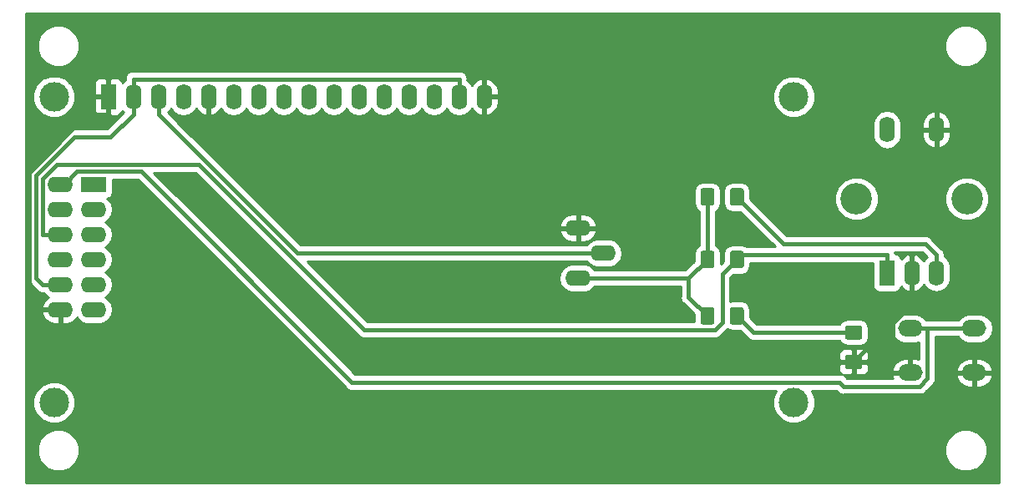
<source format=gbr>
G04 #@! TF.GenerationSoftware,KiCad,Pcbnew,(5.0.1)-rc2*
G04 #@! TF.CreationDate,2020-08-26T14:00:55+08:00*
G04 #@! TF.ProjectId,Peristaltic Pump PCB,506572697374616C7469632050756D70,rev?*
G04 #@! TF.SameCoordinates,PX2ebae40PY9d5b340*
G04 #@! TF.FileFunction,Copper,L1,Top,Signal*
G04 #@! TF.FilePolarity,Positive*
%FSLAX46Y46*%
G04 Gerber Fmt 4.6, Leading zero omitted, Abs format (unit mm)*
G04 Created by KiCad (PCBNEW (5.0.1)-rc2) date 08/26/20 14:00:55*
%MOMM*%
%LPD*%
G01*
G04 APERTURE LIST*
G04 #@! TA.AperFunction,ComponentPad*
%ADD10R,2.600000X1.600000*%
G04 #@! TD*
G04 #@! TA.AperFunction,ComponentPad*
%ADD11O,2.600000X1.600000*%
G04 #@! TD*
G04 #@! TA.AperFunction,Conductor*
%ADD12C,0.100000*%
G04 #@! TD*
G04 #@! TA.AperFunction,SMDPad,CuDef*
%ADD13C,1.425000*%
G04 #@! TD*
G04 #@! TA.AperFunction,ComponentPad*
%ADD14O,1.600000X2.600000*%
G04 #@! TD*
G04 #@! TA.AperFunction,ComponentPad*
%ADD15C,3.200000*%
G04 #@! TD*
G04 #@! TA.AperFunction,ComponentPad*
%ADD16R,1.600000X2.600000*%
G04 #@! TD*
G04 #@! TA.AperFunction,ComponentPad*
%ADD17O,2.500000X1.700000*%
G04 #@! TD*
G04 #@! TA.AperFunction,ComponentPad*
%ADD18C,3.000000*%
G04 #@! TD*
G04 #@! TA.AperFunction,Conductor*
%ADD19C,0.400000*%
G04 #@! TD*
G04 #@! TA.AperFunction,Conductor*
%ADD20C,0.254000*%
G04 #@! TD*
G04 APERTURE END LIST*
D10*
G04 #@! TO.P,J6,1*
G04 #@! TO.N,/Extension/LCD_RS*
X7550000Y86960000D03*
D11*
G04 #@! TO.P,J6,2*
G04 #@! TO.N,/Extension/SW_RST*
X4210000Y86960000D03*
G04 #@! TO.P,J6,3*
G04 #@! TO.N,/Extension/LCD_EN*
X7550000Y84420000D03*
G04 #@! TO.P,J6,4*
G04 #@! TO.N,/Extension/ENCODER_S1*
X4210000Y84420000D03*
G04 #@! TO.P,J6,5*
G04 #@! TO.N,/Extension/LCD_D4*
X7550000Y81880000D03*
G04 #@! TO.P,J6,6*
G04 #@! TO.N,/Extension/ENCODER_A*
X4210000Y81880000D03*
G04 #@! TO.P,J6,7*
G04 #@! TO.N,/Extension/LCD_D5*
X7550000Y79340000D03*
G04 #@! TO.P,J6,8*
G04 #@! TO.N,/Extension/ENCODER_B*
X4210000Y79340000D03*
G04 #@! TO.P,J6,9*
G04 #@! TO.N,/Extension/LCD_D6*
X7550000Y76800000D03*
G04 #@! TO.P,J6,10*
G04 #@! TO.N,+5VA*
X4210000Y76800000D03*
G04 #@! TO.P,J6,11*
G04 #@! TO.N,/Extension/LCD_D7*
X7550000Y74260000D03*
G04 #@! TO.P,J6,12*
G04 #@! TO.N,GNDA*
X4210000Y74260000D03*
G04 #@! TD*
D12*
G04 #@! TO.N,/Extension/ENCODER_A*
G04 #@! TO.C,R2*
G36*
X73259504Y80213796D02*
X73283773Y80210196D01*
X73307571Y80204235D01*
X73330671Y80195970D01*
X73352849Y80185480D01*
X73373893Y80172867D01*
X73393598Y80158253D01*
X73411777Y80141777D01*
X73428253Y80123598D01*
X73442867Y80103893D01*
X73455480Y80082849D01*
X73465970Y80060671D01*
X73474235Y80037571D01*
X73480196Y80013773D01*
X73483796Y79989504D01*
X73485000Y79965000D01*
X73485000Y78715000D01*
X73483796Y78690496D01*
X73480196Y78666227D01*
X73474235Y78642429D01*
X73465970Y78619329D01*
X73455480Y78597151D01*
X73442867Y78576107D01*
X73428253Y78556402D01*
X73411777Y78538223D01*
X73393598Y78521747D01*
X73373893Y78507133D01*
X73352849Y78494520D01*
X73330671Y78484030D01*
X73307571Y78475765D01*
X73283773Y78469804D01*
X73259504Y78466204D01*
X73235000Y78465000D01*
X72310000Y78465000D01*
X72285496Y78466204D01*
X72261227Y78469804D01*
X72237429Y78475765D01*
X72214329Y78484030D01*
X72192151Y78494520D01*
X72171107Y78507133D01*
X72151402Y78521747D01*
X72133223Y78538223D01*
X72116747Y78556402D01*
X72102133Y78576107D01*
X72089520Y78597151D01*
X72079030Y78619329D01*
X72070765Y78642429D01*
X72064804Y78666227D01*
X72061204Y78690496D01*
X72060000Y78715000D01*
X72060000Y79965000D01*
X72061204Y79989504D01*
X72064804Y80013773D01*
X72070765Y80037571D01*
X72079030Y80060671D01*
X72089520Y80082849D01*
X72102133Y80103893D01*
X72116747Y80123598D01*
X72133223Y80141777D01*
X72151402Y80158253D01*
X72171107Y80172867D01*
X72192151Y80185480D01*
X72214329Y80195970D01*
X72237429Y80204235D01*
X72261227Y80210196D01*
X72285496Y80213796D01*
X72310000Y80215000D01*
X73235000Y80215000D01*
X73259504Y80213796D01*
X73259504Y80213796D01*
G37*
D13*
G04 #@! TD*
G04 #@! TO.P,R2,1*
G04 #@! TO.N,/Extension/ENCODER_A*
X72772500Y79340000D03*
D12*
G04 #@! TO.N,+5VA*
G04 #@! TO.C,R2*
G36*
X70284504Y80213796D02*
X70308773Y80210196D01*
X70332571Y80204235D01*
X70355671Y80195970D01*
X70377849Y80185480D01*
X70398893Y80172867D01*
X70418598Y80158253D01*
X70436777Y80141777D01*
X70453253Y80123598D01*
X70467867Y80103893D01*
X70480480Y80082849D01*
X70490970Y80060671D01*
X70499235Y80037571D01*
X70505196Y80013773D01*
X70508796Y79989504D01*
X70510000Y79965000D01*
X70510000Y78715000D01*
X70508796Y78690496D01*
X70505196Y78666227D01*
X70499235Y78642429D01*
X70490970Y78619329D01*
X70480480Y78597151D01*
X70467867Y78576107D01*
X70453253Y78556402D01*
X70436777Y78538223D01*
X70418598Y78521747D01*
X70398893Y78507133D01*
X70377849Y78494520D01*
X70355671Y78484030D01*
X70332571Y78475765D01*
X70308773Y78469804D01*
X70284504Y78466204D01*
X70260000Y78465000D01*
X69335000Y78465000D01*
X69310496Y78466204D01*
X69286227Y78469804D01*
X69262429Y78475765D01*
X69239329Y78484030D01*
X69217151Y78494520D01*
X69196107Y78507133D01*
X69176402Y78521747D01*
X69158223Y78538223D01*
X69141747Y78556402D01*
X69127133Y78576107D01*
X69114520Y78597151D01*
X69104030Y78619329D01*
X69095765Y78642429D01*
X69089804Y78666227D01*
X69086204Y78690496D01*
X69085000Y78715000D01*
X69085000Y79965000D01*
X69086204Y79989504D01*
X69089804Y80013773D01*
X69095765Y80037571D01*
X69104030Y80060671D01*
X69114520Y80082849D01*
X69127133Y80103893D01*
X69141747Y80123598D01*
X69158223Y80141777D01*
X69176402Y80158253D01*
X69196107Y80172867D01*
X69217151Y80185480D01*
X69239329Y80195970D01*
X69262429Y80204235D01*
X69286227Y80210196D01*
X69310496Y80213796D01*
X69335000Y80215000D01*
X70260000Y80215000D01*
X70284504Y80213796D01*
X70284504Y80213796D01*
G37*
D13*
G04 #@! TD*
G04 #@! TO.P,R2,2*
G04 #@! TO.N,+5VA*
X69797500Y79340000D03*
D12*
G04 #@! TO.N,+5VA*
G04 #@! TO.C,R3*
G36*
X70284504Y86563796D02*
X70308773Y86560196D01*
X70332571Y86554235D01*
X70355671Y86545970D01*
X70377849Y86535480D01*
X70398893Y86522867D01*
X70418598Y86508253D01*
X70436777Y86491777D01*
X70453253Y86473598D01*
X70467867Y86453893D01*
X70480480Y86432849D01*
X70490970Y86410671D01*
X70499235Y86387571D01*
X70505196Y86363773D01*
X70508796Y86339504D01*
X70510000Y86315000D01*
X70510000Y85065000D01*
X70508796Y85040496D01*
X70505196Y85016227D01*
X70499235Y84992429D01*
X70490970Y84969329D01*
X70480480Y84947151D01*
X70467867Y84926107D01*
X70453253Y84906402D01*
X70436777Y84888223D01*
X70418598Y84871747D01*
X70398893Y84857133D01*
X70377849Y84844520D01*
X70355671Y84834030D01*
X70332571Y84825765D01*
X70308773Y84819804D01*
X70284504Y84816204D01*
X70260000Y84815000D01*
X69335000Y84815000D01*
X69310496Y84816204D01*
X69286227Y84819804D01*
X69262429Y84825765D01*
X69239329Y84834030D01*
X69217151Y84844520D01*
X69196107Y84857133D01*
X69176402Y84871747D01*
X69158223Y84888223D01*
X69141747Y84906402D01*
X69127133Y84926107D01*
X69114520Y84947151D01*
X69104030Y84969329D01*
X69095765Y84992429D01*
X69089804Y85016227D01*
X69086204Y85040496D01*
X69085000Y85065000D01*
X69085000Y86315000D01*
X69086204Y86339504D01*
X69089804Y86363773D01*
X69095765Y86387571D01*
X69104030Y86410671D01*
X69114520Y86432849D01*
X69127133Y86453893D01*
X69141747Y86473598D01*
X69158223Y86491777D01*
X69176402Y86508253D01*
X69196107Y86522867D01*
X69217151Y86535480D01*
X69239329Y86545970D01*
X69262429Y86554235D01*
X69286227Y86560196D01*
X69310496Y86563796D01*
X69335000Y86565000D01*
X70260000Y86565000D01*
X70284504Y86563796D01*
X70284504Y86563796D01*
G37*
D13*
G04 #@! TD*
G04 #@! TO.P,R3,2*
G04 #@! TO.N,+5VA*
X69797500Y85690000D03*
D12*
G04 #@! TO.N,/Extension/ENCODER_B*
G04 #@! TO.C,R3*
G36*
X73259504Y86563796D02*
X73283773Y86560196D01*
X73307571Y86554235D01*
X73330671Y86545970D01*
X73352849Y86535480D01*
X73373893Y86522867D01*
X73393598Y86508253D01*
X73411777Y86491777D01*
X73428253Y86473598D01*
X73442867Y86453893D01*
X73455480Y86432849D01*
X73465970Y86410671D01*
X73474235Y86387571D01*
X73480196Y86363773D01*
X73483796Y86339504D01*
X73485000Y86315000D01*
X73485000Y85065000D01*
X73483796Y85040496D01*
X73480196Y85016227D01*
X73474235Y84992429D01*
X73465970Y84969329D01*
X73455480Y84947151D01*
X73442867Y84926107D01*
X73428253Y84906402D01*
X73411777Y84888223D01*
X73393598Y84871747D01*
X73373893Y84857133D01*
X73352849Y84844520D01*
X73330671Y84834030D01*
X73307571Y84825765D01*
X73283773Y84819804D01*
X73259504Y84816204D01*
X73235000Y84815000D01*
X72310000Y84815000D01*
X72285496Y84816204D01*
X72261227Y84819804D01*
X72237429Y84825765D01*
X72214329Y84834030D01*
X72192151Y84844520D01*
X72171107Y84857133D01*
X72151402Y84871747D01*
X72133223Y84888223D01*
X72116747Y84906402D01*
X72102133Y84926107D01*
X72089520Y84947151D01*
X72079030Y84969329D01*
X72070765Y84992429D01*
X72064804Y85016227D01*
X72061204Y85040496D01*
X72060000Y85065000D01*
X72060000Y86315000D01*
X72061204Y86339504D01*
X72064804Y86363773D01*
X72070765Y86387571D01*
X72079030Y86410671D01*
X72089520Y86432849D01*
X72102133Y86453893D01*
X72116747Y86473598D01*
X72133223Y86491777D01*
X72151402Y86508253D01*
X72171107Y86522867D01*
X72192151Y86535480D01*
X72214329Y86545970D01*
X72237429Y86554235D01*
X72261227Y86560196D01*
X72285496Y86563796D01*
X72310000Y86565000D01*
X73235000Y86565000D01*
X73259504Y86563796D01*
X73259504Y86563796D01*
G37*
D13*
G04 #@! TD*
G04 #@! TO.P,R3,1*
G04 #@! TO.N,/Extension/ENCODER_B*
X72772500Y85690000D03*
D14*
G04 #@! TO.P,SW1,S2*
G04 #@! TO.N,GNDA*
X93000000Y92500000D03*
G04 #@! TO.P,SW1,S1*
G04 #@! TO.N,/Extension/ENCODER_S1*
X88000000Y92500000D03*
D15*
G04 #@! TO.P,SW1,MP*
G04 #@! TO.N,N/C*
X96100000Y85500000D03*
X84900000Y85500000D03*
D14*
G04 #@! TO.P,SW1,B*
G04 #@! TO.N,/Extension/ENCODER_B*
X93000000Y78000000D03*
G04 #@! TO.P,SW1,C*
G04 #@! TO.N,GNDA*
X90500000Y78000000D03*
D16*
G04 #@! TO.P,SW1,A*
G04 #@! TO.N,/Extension/ENCODER_A*
X88000000Y78000000D03*
G04 #@! TD*
D12*
G04 #@! TO.N,Net-(D1-Pad2)*
G04 #@! TO.C,R4*
G36*
X73259504Y74498796D02*
X73283773Y74495196D01*
X73307571Y74489235D01*
X73330671Y74480970D01*
X73352849Y74470480D01*
X73373893Y74457867D01*
X73393598Y74443253D01*
X73411777Y74426777D01*
X73428253Y74408598D01*
X73442867Y74388893D01*
X73455480Y74367849D01*
X73465970Y74345671D01*
X73474235Y74322571D01*
X73480196Y74298773D01*
X73483796Y74274504D01*
X73485000Y74250000D01*
X73485000Y73000000D01*
X73483796Y72975496D01*
X73480196Y72951227D01*
X73474235Y72927429D01*
X73465970Y72904329D01*
X73455480Y72882151D01*
X73442867Y72861107D01*
X73428253Y72841402D01*
X73411777Y72823223D01*
X73393598Y72806747D01*
X73373893Y72792133D01*
X73352849Y72779520D01*
X73330671Y72769030D01*
X73307571Y72760765D01*
X73283773Y72754804D01*
X73259504Y72751204D01*
X73235000Y72750000D01*
X72310000Y72750000D01*
X72285496Y72751204D01*
X72261227Y72754804D01*
X72237429Y72760765D01*
X72214329Y72769030D01*
X72192151Y72779520D01*
X72171107Y72792133D01*
X72151402Y72806747D01*
X72133223Y72823223D01*
X72116747Y72841402D01*
X72102133Y72861107D01*
X72089520Y72882151D01*
X72079030Y72904329D01*
X72070765Y72927429D01*
X72064804Y72951227D01*
X72061204Y72975496D01*
X72060000Y73000000D01*
X72060000Y74250000D01*
X72061204Y74274504D01*
X72064804Y74298773D01*
X72070765Y74322571D01*
X72079030Y74345671D01*
X72089520Y74367849D01*
X72102133Y74388893D01*
X72116747Y74408598D01*
X72133223Y74426777D01*
X72151402Y74443253D01*
X72171107Y74457867D01*
X72192151Y74470480D01*
X72214329Y74480970D01*
X72237429Y74489235D01*
X72261227Y74495196D01*
X72285496Y74498796D01*
X72310000Y74500000D01*
X73235000Y74500000D01*
X73259504Y74498796D01*
X73259504Y74498796D01*
G37*
D13*
G04 #@! TD*
G04 #@! TO.P,R4,1*
G04 #@! TO.N,Net-(D1-Pad2)*
X72772500Y73625000D03*
D12*
G04 #@! TO.N,+5VA*
G04 #@! TO.C,R4*
G36*
X70284504Y74498796D02*
X70308773Y74495196D01*
X70332571Y74489235D01*
X70355671Y74480970D01*
X70377849Y74470480D01*
X70398893Y74457867D01*
X70418598Y74443253D01*
X70436777Y74426777D01*
X70453253Y74408598D01*
X70467867Y74388893D01*
X70480480Y74367849D01*
X70490970Y74345671D01*
X70499235Y74322571D01*
X70505196Y74298773D01*
X70508796Y74274504D01*
X70510000Y74250000D01*
X70510000Y73000000D01*
X70508796Y72975496D01*
X70505196Y72951227D01*
X70499235Y72927429D01*
X70490970Y72904329D01*
X70480480Y72882151D01*
X70467867Y72861107D01*
X70453253Y72841402D01*
X70436777Y72823223D01*
X70418598Y72806747D01*
X70398893Y72792133D01*
X70377849Y72779520D01*
X70355671Y72769030D01*
X70332571Y72760765D01*
X70308773Y72754804D01*
X70284504Y72751204D01*
X70260000Y72750000D01*
X69335000Y72750000D01*
X69310496Y72751204D01*
X69286227Y72754804D01*
X69262429Y72760765D01*
X69239329Y72769030D01*
X69217151Y72779520D01*
X69196107Y72792133D01*
X69176402Y72806747D01*
X69158223Y72823223D01*
X69141747Y72841402D01*
X69127133Y72861107D01*
X69114520Y72882151D01*
X69104030Y72904329D01*
X69095765Y72927429D01*
X69089804Y72951227D01*
X69086204Y72975496D01*
X69085000Y73000000D01*
X69085000Y74250000D01*
X69086204Y74274504D01*
X69089804Y74298773D01*
X69095765Y74322571D01*
X69104030Y74345671D01*
X69114520Y74367849D01*
X69127133Y74388893D01*
X69141747Y74408598D01*
X69158223Y74426777D01*
X69176402Y74443253D01*
X69196107Y74457867D01*
X69217151Y74470480D01*
X69239329Y74480970D01*
X69262429Y74489235D01*
X69286227Y74495196D01*
X69310496Y74498796D01*
X69335000Y74500000D01*
X70260000Y74500000D01*
X70284504Y74498796D01*
X70284504Y74498796D01*
G37*
D13*
G04 #@! TD*
G04 #@! TO.P,R4,2*
G04 #@! TO.N,+5VA*
X69797500Y73625000D03*
D11*
G04 #@! TO.P,RV1,3*
G04 #@! TO.N,+5VA*
X56680000Y77435000D03*
G04 #@! TO.P,RV1,2*
G04 #@! TO.N,Net-(DS1-Pad3)*
X59220000Y79975000D03*
G04 #@! TO.P,RV1,1*
G04 #@! TO.N,GNDA*
X56680000Y82515000D03*
G04 #@! TD*
D17*
G04 #@! TO.P,SW2,2*
G04 #@! TO.N,GNDA*
X90335000Y67855000D03*
G04 #@! TO.P,SW2,1*
G04 #@! TO.N,/Extension/SW_RST*
X90335000Y72355000D03*
G04 #@! TO.P,SW2,2*
G04 #@! TO.N,GNDA*
X96835000Y67855000D03*
G04 #@! TO.P,SW2,1*
G04 #@! TO.N,/Extension/SW_RST*
X96835000Y72355000D03*
G04 #@! TD*
D12*
G04 #@! TO.N,GNDA*
G04 #@! TO.C,D1*
G36*
X85269504Y69673796D02*
X85293773Y69670196D01*
X85317571Y69664235D01*
X85340671Y69655970D01*
X85362849Y69645480D01*
X85383893Y69632867D01*
X85403598Y69618253D01*
X85421777Y69601777D01*
X85438253Y69583598D01*
X85452867Y69563893D01*
X85465480Y69542849D01*
X85475970Y69520671D01*
X85484235Y69497571D01*
X85490196Y69473773D01*
X85493796Y69449504D01*
X85495000Y69425000D01*
X85495000Y68500000D01*
X85493796Y68475496D01*
X85490196Y68451227D01*
X85484235Y68427429D01*
X85475970Y68404329D01*
X85465480Y68382151D01*
X85452867Y68361107D01*
X85438253Y68341402D01*
X85421777Y68323223D01*
X85403598Y68306747D01*
X85383893Y68292133D01*
X85362849Y68279520D01*
X85340671Y68269030D01*
X85317571Y68260765D01*
X85293773Y68254804D01*
X85269504Y68251204D01*
X85245000Y68250000D01*
X83995000Y68250000D01*
X83970496Y68251204D01*
X83946227Y68254804D01*
X83922429Y68260765D01*
X83899329Y68269030D01*
X83877151Y68279520D01*
X83856107Y68292133D01*
X83836402Y68306747D01*
X83818223Y68323223D01*
X83801747Y68341402D01*
X83787133Y68361107D01*
X83774520Y68382151D01*
X83764030Y68404329D01*
X83755765Y68427429D01*
X83749804Y68451227D01*
X83746204Y68475496D01*
X83745000Y68500000D01*
X83745000Y69425000D01*
X83746204Y69449504D01*
X83749804Y69473773D01*
X83755765Y69497571D01*
X83764030Y69520671D01*
X83774520Y69542849D01*
X83787133Y69563893D01*
X83801747Y69583598D01*
X83818223Y69601777D01*
X83836402Y69618253D01*
X83856107Y69632867D01*
X83877151Y69645480D01*
X83899329Y69655970D01*
X83922429Y69664235D01*
X83946227Y69670196D01*
X83970496Y69673796D01*
X83995000Y69675000D01*
X85245000Y69675000D01*
X85269504Y69673796D01*
X85269504Y69673796D01*
G37*
D13*
G04 #@! TD*
G04 #@! TO.P,D1,1*
G04 #@! TO.N,GNDA*
X84620000Y68962500D03*
D12*
G04 #@! TO.N,Net-(D1-Pad2)*
G04 #@! TO.C,D1*
G36*
X85269504Y72648796D02*
X85293773Y72645196D01*
X85317571Y72639235D01*
X85340671Y72630970D01*
X85362849Y72620480D01*
X85383893Y72607867D01*
X85403598Y72593253D01*
X85421777Y72576777D01*
X85438253Y72558598D01*
X85452867Y72538893D01*
X85465480Y72517849D01*
X85475970Y72495671D01*
X85484235Y72472571D01*
X85490196Y72448773D01*
X85493796Y72424504D01*
X85495000Y72400000D01*
X85495000Y71475000D01*
X85493796Y71450496D01*
X85490196Y71426227D01*
X85484235Y71402429D01*
X85475970Y71379329D01*
X85465480Y71357151D01*
X85452867Y71336107D01*
X85438253Y71316402D01*
X85421777Y71298223D01*
X85403598Y71281747D01*
X85383893Y71267133D01*
X85362849Y71254520D01*
X85340671Y71244030D01*
X85317571Y71235765D01*
X85293773Y71229804D01*
X85269504Y71226204D01*
X85245000Y71225000D01*
X83995000Y71225000D01*
X83970496Y71226204D01*
X83946227Y71229804D01*
X83922429Y71235765D01*
X83899329Y71244030D01*
X83877151Y71254520D01*
X83856107Y71267133D01*
X83836402Y71281747D01*
X83818223Y71298223D01*
X83801747Y71316402D01*
X83787133Y71336107D01*
X83774520Y71357151D01*
X83764030Y71379329D01*
X83755765Y71402429D01*
X83749804Y71426227D01*
X83746204Y71450496D01*
X83745000Y71475000D01*
X83745000Y72400000D01*
X83746204Y72424504D01*
X83749804Y72448773D01*
X83755765Y72472571D01*
X83764030Y72495671D01*
X83774520Y72517849D01*
X83787133Y72538893D01*
X83801747Y72558598D01*
X83818223Y72576777D01*
X83836402Y72593253D01*
X83856107Y72607867D01*
X83877151Y72620480D01*
X83899329Y72630970D01*
X83922429Y72639235D01*
X83946227Y72645196D01*
X83970496Y72648796D01*
X83995000Y72650000D01*
X85245000Y72650000D01*
X85269504Y72648796D01*
X85269504Y72648796D01*
G37*
D13*
G04 #@! TD*
G04 #@! TO.P,D1,2*
G04 #@! TO.N,Net-(D1-Pad2)*
X84620000Y71937500D03*
D16*
G04 #@! TO.P,DS1,1*
G04 #@! TO.N,GNDA*
X9055000Y95850000D03*
D14*
G04 #@! TO.P,DS1,2*
G04 #@! TO.N,+5VA*
X11595000Y95850000D03*
G04 #@! TO.P,DS1,3*
G04 #@! TO.N,Net-(DS1-Pad3)*
X14135000Y95850000D03*
G04 #@! TO.P,DS1,4*
G04 #@! TO.N,/Extension/LCD_RS*
X16675000Y95850000D03*
G04 #@! TO.P,DS1,5*
G04 #@! TO.N,GNDA*
X19215000Y95850000D03*
G04 #@! TO.P,DS1,6*
G04 #@! TO.N,/Extension/LCD_EN*
X21755000Y95850000D03*
G04 #@! TO.P,DS1,7*
G04 #@! TO.N,N/C*
X24295000Y95850000D03*
G04 #@! TO.P,DS1,8*
X26835000Y95850000D03*
G04 #@! TO.P,DS1,9*
X29375000Y95850000D03*
G04 #@! TO.P,DS1,10*
X31915000Y95850000D03*
G04 #@! TO.P,DS1,11*
G04 #@! TO.N,/Extension/LCD_D4*
X34455000Y95850000D03*
G04 #@! TO.P,DS1,12*
G04 #@! TO.N,/Extension/LCD_D5*
X36995000Y95850000D03*
G04 #@! TO.P,DS1,13*
G04 #@! TO.N,/Extension/LCD_D6*
X39535000Y95850000D03*
G04 #@! TO.P,DS1,14*
G04 #@! TO.N,/Extension/LCD_D7*
X42075000Y95850000D03*
G04 #@! TO.P,DS1,15*
G04 #@! TO.N,+5VA*
X44615000Y95850000D03*
G04 #@! TO.P,DS1,16*
G04 #@! TO.N,GNDA*
X47155000Y95850000D03*
D18*
G04 #@! TO.P,DS1,*
G04 #@! TO.N,*
X3555900Y95850000D03*
X3555900Y64849300D03*
X78554480Y64849300D03*
X78555000Y95850000D03*
G04 #@! TD*
D19*
G04 #@! TO.N,GNDA*
X88561400Y70671800D02*
X88868500Y70671800D01*
X88868500Y70671800D02*
X90335000Y69205300D01*
X84620000Y68962500D02*
X86329300Y70671800D01*
X86329300Y70671800D02*
X88561400Y70671800D01*
X90500000Y78000000D02*
X90500000Y74842500D01*
X90500000Y74842500D02*
X88561400Y72903900D01*
X88561400Y72903900D02*
X88561400Y70671800D01*
X90335000Y67855000D02*
X90335000Y69205300D01*
X9055000Y94049700D02*
X6926900Y94049700D01*
X6926900Y94049700D02*
X1006900Y88129700D01*
X1006900Y88129700D02*
X1006900Y75662800D01*
X1006900Y75662800D02*
X2409700Y74260000D01*
X9055000Y95850000D02*
X9055000Y94049700D01*
X47155000Y95850000D02*
X47155000Y94049700D01*
X47155000Y94049700D02*
X56680000Y84524700D01*
X56680000Y84524700D02*
X56680000Y82515000D01*
X4610000Y74260000D02*
X2409700Y74260000D01*
G04 #@! TO.N,Net-(D1-Pad2)*
X84620000Y71937500D02*
X74460000Y71937500D01*
X74460000Y71937500D02*
X72772500Y73625000D01*
G04 #@! TO.N,+5VA*
X67892500Y77435000D02*
X69797500Y79340000D01*
X56680000Y77435000D02*
X67892500Y77435000D01*
X67892500Y77435000D02*
X67892500Y75530000D01*
X67892500Y75530000D02*
X69797500Y73625000D01*
X44615000Y95850000D02*
X44615000Y97650300D01*
X11595000Y95850000D02*
X11595000Y97650300D01*
X11595000Y97650300D02*
X44615000Y97650300D01*
X11595000Y95501900D02*
X11595000Y95850000D01*
X11595000Y95501900D02*
X11595000Y94049700D01*
X4610000Y76800000D02*
X2409700Y76800000D01*
X11595000Y94049700D02*
X9298900Y91753600D01*
X9298900Y91753600D02*
X5621300Y91753600D01*
X5621300Y91753600D02*
X1709300Y87841600D01*
X1709300Y87841600D02*
X1709300Y77500400D01*
X1709300Y77500400D02*
X2409700Y76800000D01*
X69797500Y85690000D02*
X69797500Y79340000D01*
G04 #@! TO.N,Net-(DS1-Pad3)*
X14135000Y95850000D02*
X14135000Y94049700D01*
X14135000Y94049700D02*
X28209700Y79975000D01*
X28209700Y79975000D02*
X59220000Y79975000D01*
G04 #@! TO.N,/Extension/SW_RST*
X92092800Y72355000D02*
X90335000Y72355000D01*
X96835000Y72355000D02*
X92092800Y72355000D01*
X92092800Y72355000D02*
X92092800Y67296600D01*
X92092800Y67296600D02*
X91283800Y66487600D01*
X91283800Y66487600D02*
X83605700Y66487600D01*
X83605700Y66487600D02*
X83208900Y66884400D01*
X83208900Y66884400D02*
X33755800Y66884400D01*
X33755800Y66884400D02*
X12379800Y88260400D01*
X12379800Y88260400D02*
X5910400Y88260400D01*
X5910400Y88260400D02*
X4610000Y86960000D01*
G04 #@! TO.N,/Extension/ENCODER_A*
X4610000Y81880000D02*
X2409700Y81880000D01*
X72772500Y79340000D02*
X71285000Y77852500D01*
X71285000Y77852500D02*
X71285000Y72935500D01*
X71285000Y72935500D02*
X70546900Y72197400D01*
X70546900Y72197400D02*
X34996800Y72197400D01*
X34996800Y72197400D02*
X18232100Y88962100D01*
X18232100Y88962100D02*
X3856600Y88962100D01*
X3856600Y88962100D02*
X2409700Y87515200D01*
X2409700Y87515200D02*
X2409700Y81880000D01*
X88000000Y79800300D02*
X73232800Y79800300D01*
X73232800Y79800300D02*
X72772500Y79340000D01*
X88000000Y78000000D02*
X88000000Y79800300D01*
G04 #@! TO.N,/Extension/ENCODER_B*
X93000000Y78000000D02*
X93000000Y79800300D01*
X93000000Y79800300D02*
X91873900Y80926400D01*
X91873900Y80926400D02*
X77536100Y80926400D01*
X77536100Y80926400D02*
X72772500Y85690000D01*
G04 #@! TD*
D20*
G04 #@! TO.N,GNDA*
G36*
X99315000Y56685000D02*
X685000Y56685000D01*
X685000Y60424678D01*
X1865000Y60424678D01*
X1865000Y59575322D01*
X2190034Y58790620D01*
X2790620Y58190034D01*
X3575322Y57865000D01*
X4424678Y57865000D01*
X5209380Y58190034D01*
X5809966Y58790620D01*
X6135000Y59575322D01*
X6135000Y60424678D01*
X93865000Y60424678D01*
X93865000Y59575322D01*
X94190034Y58790620D01*
X94790620Y58190034D01*
X95575322Y57865000D01*
X96424678Y57865000D01*
X97209380Y58190034D01*
X97809966Y58790620D01*
X98135000Y59575322D01*
X98135000Y60424678D01*
X97809966Y61209380D01*
X97209380Y61809966D01*
X96424678Y62135000D01*
X95575322Y62135000D01*
X94790620Y61809966D01*
X94190034Y61209380D01*
X93865000Y60424678D01*
X6135000Y60424678D01*
X5809966Y61209380D01*
X5209380Y61809966D01*
X4424678Y62135000D01*
X3575322Y62135000D01*
X2790620Y61809966D01*
X2190034Y61209380D01*
X1865000Y60424678D01*
X685000Y60424678D01*
X685000Y65273978D01*
X1420900Y65273978D01*
X1420900Y64424622D01*
X1745934Y63639920D01*
X2346520Y63039334D01*
X3131222Y62714300D01*
X3980578Y62714300D01*
X4765280Y63039334D01*
X5365866Y63639920D01*
X5690900Y64424622D01*
X5690900Y65273978D01*
X5365866Y66058680D01*
X4765280Y66659266D01*
X3980578Y66984300D01*
X3131222Y66984300D01*
X2346520Y66659266D01*
X1745934Y66058680D01*
X1420900Y65273978D01*
X685000Y65273978D01*
X685000Y73910961D01*
X2318096Y73910961D01*
X2335633Y73828181D01*
X2605500Y73335104D01*
X3043517Y72982834D01*
X3583000Y72825000D01*
X4083000Y72825000D01*
X4083000Y74133000D01*
X2440085Y74133000D01*
X2318096Y73910961D01*
X685000Y73910961D01*
X685000Y87841600D01*
X857943Y87841600D01*
X874300Y87759367D01*
X874301Y77582638D01*
X857943Y77500400D01*
X922748Y77174600D01*
X922749Y77174599D01*
X1107300Y76898399D01*
X1177018Y76851815D01*
X1761114Y76267718D01*
X1807699Y76197999D01*
X2083899Y76013448D01*
X2327463Y75965000D01*
X2327466Y75965000D01*
X2409699Y75948643D01*
X2491932Y75965000D01*
X2542070Y75965000D01*
X2675423Y75765423D01*
X3031499Y75527501D01*
X2605500Y75184896D01*
X2335633Y74691819D01*
X2318096Y74609039D01*
X2440085Y74387000D01*
X4083000Y74387000D01*
X4083000Y74407000D01*
X4337000Y74407000D01*
X4337000Y74387000D01*
X4357000Y74387000D01*
X4357000Y74133000D01*
X4337000Y74133000D01*
X4337000Y72825000D01*
X4837000Y72825000D01*
X5376483Y72982834D01*
X5814500Y73335104D01*
X5871972Y73440112D01*
X6015423Y73225423D01*
X6490091Y72908260D01*
X6908667Y72825000D01*
X8191333Y72825000D01*
X8609909Y72908260D01*
X9084577Y73225423D01*
X9401740Y73700091D01*
X9513113Y74260000D01*
X9401740Y74819909D01*
X9084577Y75294577D01*
X8732242Y75530000D01*
X9084577Y75765423D01*
X9401740Y76240091D01*
X9513113Y76800000D01*
X9401740Y77359909D01*
X9084577Y77834577D01*
X8732242Y78070000D01*
X9084577Y78305423D01*
X9401740Y78780091D01*
X9513113Y79340000D01*
X9401740Y79899909D01*
X9084577Y80374577D01*
X8732242Y80610000D01*
X9084577Y80845423D01*
X9401740Y81320091D01*
X9513113Y81880000D01*
X9401740Y82439909D01*
X9084577Y82914577D01*
X8732242Y83150000D01*
X9084577Y83385423D01*
X9401740Y83860091D01*
X9513113Y84420000D01*
X9401740Y84979909D01*
X9084577Y85454577D01*
X8963894Y85535215D01*
X9097765Y85561843D01*
X9307809Y85702191D01*
X9448157Y85912235D01*
X9497440Y86160000D01*
X9497440Y87425400D01*
X12033933Y87425400D01*
X33107215Y66352117D01*
X33153799Y66282399D01*
X33429999Y66097848D01*
X33673563Y66049400D01*
X33673566Y66049400D01*
X33755799Y66033043D01*
X33838032Y66049400D01*
X76740670Y66049400D01*
X76419480Y65273978D01*
X76419480Y64424622D01*
X76744514Y63639920D01*
X77345100Y63039334D01*
X78129802Y62714300D01*
X78979158Y62714300D01*
X79763860Y63039334D01*
X80364446Y63639920D01*
X80689480Y64424622D01*
X80689480Y65273978D01*
X80368290Y66049400D01*
X82863033Y66049400D01*
X82957113Y65955320D01*
X83003699Y65885599D01*
X83279899Y65701048D01*
X83605700Y65636242D01*
X83687937Y65652600D01*
X91201567Y65652600D01*
X91283800Y65636243D01*
X91366033Y65652600D01*
X91366037Y65652600D01*
X91609601Y65701048D01*
X91885801Y65885599D01*
X91932387Y65955320D01*
X92625082Y66648014D01*
X92694801Y66694599D01*
X92879352Y66970799D01*
X92927800Y67214363D01*
X92944158Y67296600D01*
X92927800Y67378837D01*
X92927800Y67498110D01*
X94993524Y67498110D01*
X95014438Y67404048D01*
X95295144Y66894749D01*
X95749382Y66531640D01*
X96308000Y66370000D01*
X96708000Y66370000D01*
X96708000Y67728000D01*
X96962000Y67728000D01*
X96962000Y66370000D01*
X97362000Y66370000D01*
X97920618Y66531640D01*
X98374856Y66894749D01*
X98655562Y67404048D01*
X98676476Y67498110D01*
X98555155Y67728000D01*
X96962000Y67728000D01*
X96708000Y67728000D01*
X95114845Y67728000D01*
X94993524Y67498110D01*
X92927800Y67498110D01*
X92927800Y68211890D01*
X94993524Y68211890D01*
X95114845Y67982000D01*
X96708000Y67982000D01*
X96708000Y69340000D01*
X96962000Y69340000D01*
X96962000Y67982000D01*
X98555155Y67982000D01*
X98676476Y68211890D01*
X98655562Y68305952D01*
X98374856Y68815251D01*
X97920618Y69178360D01*
X97362000Y69340000D01*
X96962000Y69340000D01*
X96708000Y69340000D01*
X96308000Y69340000D01*
X95749382Y69178360D01*
X95295144Y68815251D01*
X95014438Y68305952D01*
X94993524Y68211890D01*
X92927800Y68211890D01*
X92927800Y71520000D01*
X95206935Y71520000D01*
X95364375Y71284375D01*
X95855582Y70956161D01*
X96288744Y70870000D01*
X97381256Y70870000D01*
X97814418Y70956161D01*
X98305625Y71284375D01*
X98633839Y71775582D01*
X98749092Y72355000D01*
X98633839Y72934418D01*
X98305625Y73425625D01*
X97814418Y73753839D01*
X97381256Y73840000D01*
X96288744Y73840000D01*
X95855582Y73753839D01*
X95364375Y73425625D01*
X95206935Y73190000D01*
X92175037Y73190000D01*
X92092800Y73206358D01*
X92010563Y73190000D01*
X91963065Y73190000D01*
X91805625Y73425625D01*
X91314418Y73753839D01*
X90881256Y73840000D01*
X89788744Y73840000D01*
X89355582Y73753839D01*
X88864375Y73425625D01*
X88536161Y72934418D01*
X88420908Y72355000D01*
X88536161Y71775582D01*
X88864375Y71284375D01*
X89355582Y70956161D01*
X89788744Y70870000D01*
X90881256Y70870000D01*
X91257800Y70944899D01*
X91257801Y69225472D01*
X90862000Y69340000D01*
X90462000Y69340000D01*
X90462000Y67982000D01*
X90482000Y67982000D01*
X90482000Y67728000D01*
X90462000Y67728000D01*
X90462000Y67708000D01*
X90208000Y67708000D01*
X90208000Y67728000D01*
X88614845Y67728000D01*
X88493524Y67498110D01*
X88514438Y67404048D01*
X88559329Y67322600D01*
X83951567Y67322600D01*
X83857487Y67416680D01*
X83810901Y67486401D01*
X83618030Y67615273D01*
X83618690Y67615000D01*
X84334250Y67615000D01*
X84493000Y67773750D01*
X84493000Y68835500D01*
X84747000Y68835500D01*
X84747000Y67773750D01*
X84905750Y67615000D01*
X85621310Y67615000D01*
X85854699Y67711673D01*
X86033327Y67890302D01*
X86130000Y68123691D01*
X86130000Y68211890D01*
X88493524Y68211890D01*
X88614845Y67982000D01*
X90208000Y67982000D01*
X90208000Y69340000D01*
X89808000Y69340000D01*
X89249382Y69178360D01*
X88795144Y68815251D01*
X88514438Y68305952D01*
X88493524Y68211890D01*
X86130000Y68211890D01*
X86130000Y68676750D01*
X85971250Y68835500D01*
X84747000Y68835500D01*
X84493000Y68835500D01*
X83268750Y68835500D01*
X83110000Y68676750D01*
X83110000Y68123691D01*
X83206673Y67890302D01*
X83385301Y67711673D01*
X83436408Y67690504D01*
X83291137Y67719400D01*
X83291133Y67719400D01*
X83208900Y67735757D01*
X83126667Y67719400D01*
X34101668Y67719400D01*
X32019759Y69801309D01*
X83110000Y69801309D01*
X83110000Y69248250D01*
X83268750Y69089500D01*
X84493000Y69089500D01*
X84493000Y70151250D01*
X84747000Y70151250D01*
X84747000Y69089500D01*
X85971250Y69089500D01*
X86130000Y69248250D01*
X86130000Y69801309D01*
X86033327Y70034698D01*
X85854699Y70213327D01*
X85621310Y70310000D01*
X84905750Y70310000D01*
X84747000Y70151250D01*
X84493000Y70151250D01*
X84334250Y70310000D01*
X83618690Y70310000D01*
X83385301Y70213327D01*
X83206673Y70034698D01*
X83110000Y69801309D01*
X32019759Y69801309D01*
X13693967Y88127100D01*
X17886233Y88127100D01*
X34348215Y71665117D01*
X34394799Y71595399D01*
X34670999Y71410848D01*
X34914563Y71362400D01*
X34914566Y71362400D01*
X34996799Y71346043D01*
X35079032Y71362400D01*
X70464667Y71362400D01*
X70546900Y71346043D01*
X70629133Y71362400D01*
X70629137Y71362400D01*
X70872701Y71410848D01*
X71148901Y71595399D01*
X71195487Y71665120D01*
X71807515Y72277147D01*
X71966565Y72170874D01*
X72310000Y72102560D01*
X73114072Y72102560D01*
X73811416Y71405215D01*
X73857999Y71335499D01*
X74134199Y71150948D01*
X74377763Y71102500D01*
X74377766Y71102500D01*
X74459999Y71086143D01*
X74542232Y71102500D01*
X83185295Y71102500D01*
X83360414Y70840414D01*
X83651565Y70645874D01*
X83995000Y70577560D01*
X85245000Y70577560D01*
X85588435Y70645874D01*
X85879586Y70840414D01*
X86074126Y71131565D01*
X86142440Y71475000D01*
X86142440Y72400000D01*
X86074126Y72743435D01*
X85879586Y73034586D01*
X85588435Y73229126D01*
X85245000Y73297440D01*
X83995000Y73297440D01*
X83651565Y73229126D01*
X83360414Y73034586D01*
X83185295Y72772500D01*
X74805869Y72772500D01*
X74132440Y73445928D01*
X74132440Y74250000D01*
X74064126Y74593435D01*
X73869586Y74884586D01*
X73578435Y75079126D01*
X73235000Y75147440D01*
X72310000Y75147440D01*
X72120000Y75109646D01*
X72120000Y77506633D01*
X72430927Y77817560D01*
X73235000Y77817560D01*
X73578435Y77885874D01*
X73869586Y78080414D01*
X74064126Y78371565D01*
X74132440Y78715000D01*
X74132440Y78965300D01*
X86552560Y78965300D01*
X86552560Y76700000D01*
X86601843Y76452235D01*
X86742191Y76242191D01*
X86952235Y76101843D01*
X87200000Y76052560D01*
X88800000Y76052560D01*
X89047765Y76101843D01*
X89257809Y76242191D01*
X89398157Y76452235D01*
X89424196Y76583141D01*
X89575104Y76395500D01*
X90068181Y76125633D01*
X90150961Y76108096D01*
X90373000Y76230085D01*
X90373000Y77873000D01*
X90353000Y77873000D01*
X90353000Y78127000D01*
X90373000Y78127000D01*
X90373000Y79769915D01*
X90150961Y79891904D01*
X90068181Y79874367D01*
X89575104Y79604500D01*
X89424196Y79416859D01*
X89398157Y79547765D01*
X89257809Y79757809D01*
X89047765Y79898157D01*
X88823000Y79942865D01*
X88793454Y80091400D01*
X91528033Y80091400D01*
X92037018Y79582414D01*
X91965423Y79534576D01*
X91745653Y79205667D01*
X91424896Y79604500D01*
X90931819Y79874367D01*
X90849039Y79891904D01*
X90627000Y79769915D01*
X90627000Y78127000D01*
X90647000Y78127000D01*
X90647000Y77873000D01*
X90627000Y77873000D01*
X90627000Y76230085D01*
X90849039Y76108096D01*
X90931819Y76125633D01*
X91424896Y76395500D01*
X91745653Y76794333D01*
X91965424Y76465423D01*
X92440092Y76148260D01*
X93000000Y76036887D01*
X93559909Y76148260D01*
X94034577Y76465423D01*
X94351740Y76940091D01*
X94435000Y77358667D01*
X94435000Y78641333D01*
X94351740Y79059909D01*
X94034576Y79534577D01*
X93835000Y79667929D01*
X93835000Y79718063D01*
X93851358Y79800300D01*
X93786552Y80126101D01*
X93685179Y80277816D01*
X93602001Y80402301D01*
X93532282Y80448885D01*
X92522487Y81458680D01*
X92475901Y81528401D01*
X92199701Y81712952D01*
X91956137Y81761400D01*
X91956133Y81761400D01*
X91873900Y81777757D01*
X91791667Y81761400D01*
X77881968Y81761400D01*
X74132440Y85510927D01*
X74132440Y85944569D01*
X82665000Y85944569D01*
X82665000Y85055431D01*
X83005259Y84233974D01*
X83633974Y83605259D01*
X84455431Y83265000D01*
X85344569Y83265000D01*
X86166026Y83605259D01*
X86794741Y84233974D01*
X87135000Y85055431D01*
X87135000Y85944569D01*
X93865000Y85944569D01*
X93865000Y85055431D01*
X94205259Y84233974D01*
X94833974Y83605259D01*
X95655431Y83265000D01*
X96544569Y83265000D01*
X97366026Y83605259D01*
X97994741Y84233974D01*
X98335000Y85055431D01*
X98335000Y85944569D01*
X97994741Y86766026D01*
X97366026Y87394741D01*
X96544569Y87735000D01*
X95655431Y87735000D01*
X94833974Y87394741D01*
X94205259Y86766026D01*
X93865000Y85944569D01*
X87135000Y85944569D01*
X86794741Y86766026D01*
X86166026Y87394741D01*
X85344569Y87735000D01*
X84455431Y87735000D01*
X83633974Y87394741D01*
X83005259Y86766026D01*
X82665000Y85944569D01*
X74132440Y85944569D01*
X74132440Y86315000D01*
X74064126Y86658435D01*
X73869586Y86949586D01*
X73578435Y87144126D01*
X73235000Y87212440D01*
X72310000Y87212440D01*
X71966565Y87144126D01*
X71675414Y86949586D01*
X71480874Y86658435D01*
X71412560Y86315000D01*
X71412560Y85065000D01*
X71480874Y84721565D01*
X71675414Y84430414D01*
X71966565Y84235874D01*
X72310000Y84167560D01*
X73114073Y84167560D01*
X76646332Y80635300D01*
X73816136Y80635300D01*
X73578435Y80794126D01*
X73235000Y80862440D01*
X72310000Y80862440D01*
X71966565Y80794126D01*
X71675414Y80599586D01*
X71480874Y80308435D01*
X71412560Y79965000D01*
X71412560Y79160927D01*
X71157440Y78905807D01*
X71157440Y79965000D01*
X71089126Y80308435D01*
X70894586Y80599586D01*
X70632500Y80774705D01*
X70632500Y84255295D01*
X70894586Y84430414D01*
X71089126Y84721565D01*
X71157440Y85065000D01*
X71157440Y86315000D01*
X71089126Y86658435D01*
X70894586Y86949586D01*
X70603435Y87144126D01*
X70260000Y87212440D01*
X69335000Y87212440D01*
X68991565Y87144126D01*
X68700414Y86949586D01*
X68505874Y86658435D01*
X68437560Y86315000D01*
X68437560Y85065000D01*
X68505874Y84721565D01*
X68700414Y84430414D01*
X68962500Y84255294D01*
X68962501Y80774706D01*
X68700414Y80599586D01*
X68505874Y80308435D01*
X68437560Y79965000D01*
X68437560Y79160928D01*
X67546633Y78270000D01*
X58347930Y78270000D01*
X58214577Y78469577D01*
X57739909Y78786740D01*
X57321333Y78870000D01*
X56038667Y78870000D01*
X55620091Y78786740D01*
X55145423Y78469577D01*
X54828260Y77994909D01*
X54716887Y77435000D01*
X54828260Y76875091D01*
X55145423Y76400423D01*
X55620091Y76083260D01*
X56038667Y76000000D01*
X57321333Y76000000D01*
X57739909Y76083260D01*
X58214577Y76400423D01*
X58347930Y76600000D01*
X67057500Y76600000D01*
X67057501Y75612238D01*
X67041143Y75530000D01*
X67105948Y75204200D01*
X67105949Y75204199D01*
X67290500Y74927999D01*
X67360218Y74881415D01*
X68437560Y73804072D01*
X68437560Y73032400D01*
X35342668Y73032400D01*
X29235068Y79140000D01*
X57552070Y79140000D01*
X57685423Y78940423D01*
X58160091Y78623260D01*
X58578667Y78540000D01*
X59861333Y78540000D01*
X60279909Y78623260D01*
X60754577Y78940423D01*
X61071740Y79415091D01*
X61183113Y79975000D01*
X61071740Y80534909D01*
X60754577Y81009577D01*
X60279909Y81326740D01*
X59861333Y81410000D01*
X58578667Y81410000D01*
X58160091Y81326740D01*
X57685423Y81009577D01*
X57552070Y80810000D01*
X28555568Y80810000D01*
X27199607Y82165961D01*
X54788096Y82165961D01*
X54805633Y82083181D01*
X55075500Y81590104D01*
X55513517Y81237834D01*
X56053000Y81080000D01*
X56553000Y81080000D01*
X56553000Y82388000D01*
X56807000Y82388000D01*
X56807000Y81080000D01*
X57307000Y81080000D01*
X57846483Y81237834D01*
X58284500Y81590104D01*
X58554367Y82083181D01*
X58571904Y82165961D01*
X58449915Y82388000D01*
X56807000Y82388000D01*
X56553000Y82388000D01*
X54910085Y82388000D01*
X54788096Y82165961D01*
X27199607Y82165961D01*
X26501529Y82864039D01*
X54788096Y82864039D01*
X54910085Y82642000D01*
X56553000Y82642000D01*
X56553000Y83950000D01*
X56807000Y83950000D01*
X56807000Y82642000D01*
X58449915Y82642000D01*
X58571904Y82864039D01*
X58554367Y82946819D01*
X58284500Y83439896D01*
X57846483Y83792166D01*
X57307000Y83950000D01*
X56807000Y83950000D01*
X56553000Y83950000D01*
X56053000Y83950000D01*
X55513517Y83792166D01*
X55075500Y83439896D01*
X54805633Y82946819D01*
X54788096Y82864039D01*
X26501529Y82864039D01*
X16224236Y93141332D01*
X86565000Y93141332D01*
X86565000Y91858667D01*
X86648260Y91440091D01*
X86965424Y90965423D01*
X87440092Y90648260D01*
X88000000Y90536887D01*
X88559909Y90648260D01*
X89034577Y90965423D01*
X89351740Y91440091D01*
X89435000Y91858667D01*
X89435000Y92373000D01*
X91565000Y92373000D01*
X91565000Y91873000D01*
X91722834Y91333517D01*
X92075104Y90895500D01*
X92568181Y90625633D01*
X92650961Y90608096D01*
X92873000Y90730085D01*
X92873000Y92373000D01*
X93127000Y92373000D01*
X93127000Y90730085D01*
X93349039Y90608096D01*
X93431819Y90625633D01*
X93924896Y90895500D01*
X94277166Y91333517D01*
X94435000Y91873000D01*
X94435000Y92373000D01*
X93127000Y92373000D01*
X92873000Y92373000D01*
X91565000Y92373000D01*
X89435000Y92373000D01*
X89435000Y93127000D01*
X91565000Y93127000D01*
X91565000Y92627000D01*
X92873000Y92627000D01*
X92873000Y94269915D01*
X93127000Y94269915D01*
X93127000Y92627000D01*
X94435000Y92627000D01*
X94435000Y93127000D01*
X94277166Y93666483D01*
X93924896Y94104500D01*
X93431819Y94374367D01*
X93349039Y94391904D01*
X93127000Y94269915D01*
X92873000Y94269915D01*
X92650961Y94391904D01*
X92568181Y94374367D01*
X92075104Y94104500D01*
X91722834Y93666483D01*
X91565000Y93127000D01*
X89435000Y93127000D01*
X89435000Y93141333D01*
X89351740Y93559909D01*
X89034576Y94034577D01*
X88559908Y94351740D01*
X88000000Y94463113D01*
X87440091Y94351740D01*
X86965423Y94034576D01*
X86648260Y93559908D01*
X86565000Y93141332D01*
X16224236Y93141332D01*
X15097982Y94267585D01*
X15169577Y94315423D01*
X15405000Y94667759D01*
X15640424Y94315423D01*
X16115092Y93998260D01*
X16675000Y93886887D01*
X17234909Y93998260D01*
X17709577Y94315423D01*
X17947499Y94671499D01*
X18290104Y94245500D01*
X18783181Y93975633D01*
X18865961Y93958096D01*
X19088000Y94080085D01*
X19088000Y95723000D01*
X19068000Y95723000D01*
X19068000Y95977000D01*
X19088000Y95977000D01*
X19088000Y95997000D01*
X19342000Y95997000D01*
X19342000Y95977000D01*
X19362000Y95977000D01*
X19362000Y95723000D01*
X19342000Y95723000D01*
X19342000Y94080085D01*
X19564039Y93958096D01*
X19646819Y93975633D01*
X20139896Y94245500D01*
X20482501Y94671499D01*
X20720424Y94315423D01*
X21195092Y93998260D01*
X21755000Y93886887D01*
X22314909Y93998260D01*
X22789577Y94315423D01*
X23025000Y94667759D01*
X23260424Y94315423D01*
X23735092Y93998260D01*
X24295000Y93886887D01*
X24854909Y93998260D01*
X25329577Y94315423D01*
X25565000Y94667759D01*
X25800424Y94315423D01*
X26275092Y93998260D01*
X26835000Y93886887D01*
X27394909Y93998260D01*
X27869577Y94315423D01*
X28105000Y94667759D01*
X28340424Y94315423D01*
X28815092Y93998260D01*
X29375000Y93886887D01*
X29934909Y93998260D01*
X30409577Y94315423D01*
X30645000Y94667759D01*
X30880424Y94315423D01*
X31355092Y93998260D01*
X31915000Y93886887D01*
X32474909Y93998260D01*
X32949577Y94315423D01*
X33185000Y94667759D01*
X33420424Y94315423D01*
X33895092Y93998260D01*
X34455000Y93886887D01*
X35014909Y93998260D01*
X35489577Y94315423D01*
X35725000Y94667759D01*
X35960424Y94315423D01*
X36435092Y93998260D01*
X36995000Y93886887D01*
X37554909Y93998260D01*
X38029577Y94315423D01*
X38265000Y94667759D01*
X38500424Y94315423D01*
X38975092Y93998260D01*
X39535000Y93886887D01*
X40094909Y93998260D01*
X40569577Y94315423D01*
X40805000Y94667759D01*
X41040424Y94315423D01*
X41515092Y93998260D01*
X42075000Y93886887D01*
X42634909Y93998260D01*
X43109577Y94315423D01*
X43345000Y94667759D01*
X43580424Y94315423D01*
X44055092Y93998260D01*
X44615000Y93886887D01*
X45174909Y93998260D01*
X45649577Y94315423D01*
X45887499Y94671499D01*
X46230104Y94245500D01*
X46723181Y93975633D01*
X46805961Y93958096D01*
X47028000Y94080085D01*
X47028000Y95723000D01*
X47282000Y95723000D01*
X47282000Y94080085D01*
X47504039Y93958096D01*
X47586819Y93975633D01*
X48079896Y94245500D01*
X48432166Y94683517D01*
X48590000Y95223000D01*
X48590000Y95723000D01*
X47282000Y95723000D01*
X47028000Y95723000D01*
X47008000Y95723000D01*
X47008000Y95977000D01*
X47028000Y95977000D01*
X47028000Y97619915D01*
X47282000Y97619915D01*
X47282000Y95977000D01*
X48590000Y95977000D01*
X48590000Y96274678D01*
X76420000Y96274678D01*
X76420000Y95425322D01*
X76745034Y94640620D01*
X77345620Y94040034D01*
X78130322Y93715000D01*
X78979678Y93715000D01*
X79764380Y94040034D01*
X80364966Y94640620D01*
X80690000Y95425322D01*
X80690000Y96274678D01*
X80364966Y97059380D01*
X79764380Y97659966D01*
X78979678Y97985000D01*
X78130322Y97985000D01*
X77345620Y97659966D01*
X76745034Y97059380D01*
X76420000Y96274678D01*
X48590000Y96274678D01*
X48590000Y96477000D01*
X48432166Y97016483D01*
X48079896Y97454500D01*
X47586819Y97724367D01*
X47504039Y97741904D01*
X47282000Y97619915D01*
X47028000Y97619915D01*
X46805961Y97741904D01*
X46723181Y97724367D01*
X46230104Y97454500D01*
X45887499Y97028501D01*
X45649576Y97384577D01*
X45450000Y97517929D01*
X45450000Y97568063D01*
X45466358Y97650300D01*
X45401552Y97976101D01*
X45217001Y98252301D01*
X44940801Y98436852D01*
X44697237Y98485300D01*
X44615000Y98501658D01*
X44532763Y98485300D01*
X11677237Y98485300D01*
X11595000Y98501658D01*
X11512763Y98485300D01*
X11269199Y98436852D01*
X10992999Y98252301D01*
X10808448Y97976101D01*
X10743642Y97650300D01*
X10760001Y97568058D01*
X10760001Y97517930D01*
X10560423Y97384576D01*
X10489266Y97278082D01*
X10393327Y97509699D01*
X10214698Y97688327D01*
X9981309Y97785000D01*
X9340750Y97785000D01*
X9182000Y97626250D01*
X9182000Y95977000D01*
X9202000Y95977000D01*
X9202000Y95723000D01*
X9182000Y95723000D01*
X9182000Y94073750D01*
X9340750Y93915000D01*
X9981309Y93915000D01*
X10214698Y94011673D01*
X10393327Y94190301D01*
X10489266Y94421918D01*
X10560424Y94315423D01*
X10632018Y94267586D01*
X8953033Y92588600D01*
X5703532Y92588600D01*
X5621299Y92604957D01*
X5539066Y92588600D01*
X5539063Y92588600D01*
X5295499Y92540152D01*
X5019299Y92355601D01*
X4972717Y92285886D01*
X1177020Y88490187D01*
X1107299Y88443601D01*
X922748Y88167400D01*
X874300Y87923836D01*
X874300Y87923833D01*
X857943Y87841600D01*
X685000Y87841600D01*
X685000Y96274678D01*
X1420900Y96274678D01*
X1420900Y95425322D01*
X1745934Y94640620D01*
X2346520Y94040034D01*
X3131222Y93715000D01*
X3980578Y93715000D01*
X4765280Y94040034D01*
X5365866Y94640620D01*
X5690900Y95425322D01*
X5690900Y95564250D01*
X7620000Y95564250D01*
X7620000Y94423690D01*
X7716673Y94190301D01*
X7895302Y94011673D01*
X8128691Y93915000D01*
X8769250Y93915000D01*
X8928000Y94073750D01*
X8928000Y95723000D01*
X7778750Y95723000D01*
X7620000Y95564250D01*
X5690900Y95564250D01*
X5690900Y96274678D01*
X5365866Y97059380D01*
X5148936Y97276310D01*
X7620000Y97276310D01*
X7620000Y96135750D01*
X7778750Y95977000D01*
X8928000Y95977000D01*
X8928000Y97626250D01*
X8769250Y97785000D01*
X8128691Y97785000D01*
X7895302Y97688327D01*
X7716673Y97509699D01*
X7620000Y97276310D01*
X5148936Y97276310D01*
X4765280Y97659966D01*
X3980578Y97985000D01*
X3131222Y97985000D01*
X2346520Y97659966D01*
X1745934Y97059380D01*
X1420900Y96274678D01*
X685000Y96274678D01*
X685000Y101424678D01*
X1865000Y101424678D01*
X1865000Y100575322D01*
X2190034Y99790620D01*
X2790620Y99190034D01*
X3575322Y98865000D01*
X4424678Y98865000D01*
X5209380Y99190034D01*
X5809966Y99790620D01*
X6135000Y100575322D01*
X6135000Y101424678D01*
X93865000Y101424678D01*
X93865000Y100575322D01*
X94190034Y99790620D01*
X94790620Y99190034D01*
X95575322Y98865000D01*
X96424678Y98865000D01*
X97209380Y99190034D01*
X97809966Y99790620D01*
X98135000Y100575322D01*
X98135000Y101424678D01*
X97809966Y102209380D01*
X97209380Y102809966D01*
X96424678Y103135000D01*
X95575322Y103135000D01*
X94790620Y102809966D01*
X94190034Y102209380D01*
X93865000Y101424678D01*
X6135000Y101424678D01*
X5809966Y102209380D01*
X5209380Y102809966D01*
X4424678Y103135000D01*
X3575322Y103135000D01*
X2790620Y102809966D01*
X2190034Y102209380D01*
X1865000Y101424678D01*
X685000Y101424678D01*
X685000Y104315000D01*
X99315001Y104315000D01*
X99315000Y56685000D01*
X99315000Y56685000D01*
G37*
X99315000Y56685000D02*
X685000Y56685000D01*
X685000Y60424678D01*
X1865000Y60424678D01*
X1865000Y59575322D01*
X2190034Y58790620D01*
X2790620Y58190034D01*
X3575322Y57865000D01*
X4424678Y57865000D01*
X5209380Y58190034D01*
X5809966Y58790620D01*
X6135000Y59575322D01*
X6135000Y60424678D01*
X93865000Y60424678D01*
X93865000Y59575322D01*
X94190034Y58790620D01*
X94790620Y58190034D01*
X95575322Y57865000D01*
X96424678Y57865000D01*
X97209380Y58190034D01*
X97809966Y58790620D01*
X98135000Y59575322D01*
X98135000Y60424678D01*
X97809966Y61209380D01*
X97209380Y61809966D01*
X96424678Y62135000D01*
X95575322Y62135000D01*
X94790620Y61809966D01*
X94190034Y61209380D01*
X93865000Y60424678D01*
X6135000Y60424678D01*
X5809966Y61209380D01*
X5209380Y61809966D01*
X4424678Y62135000D01*
X3575322Y62135000D01*
X2790620Y61809966D01*
X2190034Y61209380D01*
X1865000Y60424678D01*
X685000Y60424678D01*
X685000Y65273978D01*
X1420900Y65273978D01*
X1420900Y64424622D01*
X1745934Y63639920D01*
X2346520Y63039334D01*
X3131222Y62714300D01*
X3980578Y62714300D01*
X4765280Y63039334D01*
X5365866Y63639920D01*
X5690900Y64424622D01*
X5690900Y65273978D01*
X5365866Y66058680D01*
X4765280Y66659266D01*
X3980578Y66984300D01*
X3131222Y66984300D01*
X2346520Y66659266D01*
X1745934Y66058680D01*
X1420900Y65273978D01*
X685000Y65273978D01*
X685000Y73910961D01*
X2318096Y73910961D01*
X2335633Y73828181D01*
X2605500Y73335104D01*
X3043517Y72982834D01*
X3583000Y72825000D01*
X4083000Y72825000D01*
X4083000Y74133000D01*
X2440085Y74133000D01*
X2318096Y73910961D01*
X685000Y73910961D01*
X685000Y87841600D01*
X857943Y87841600D01*
X874300Y87759367D01*
X874301Y77582638D01*
X857943Y77500400D01*
X922748Y77174600D01*
X922749Y77174599D01*
X1107300Y76898399D01*
X1177018Y76851815D01*
X1761114Y76267718D01*
X1807699Y76197999D01*
X2083899Y76013448D01*
X2327463Y75965000D01*
X2327466Y75965000D01*
X2409699Y75948643D01*
X2491932Y75965000D01*
X2542070Y75965000D01*
X2675423Y75765423D01*
X3031499Y75527501D01*
X2605500Y75184896D01*
X2335633Y74691819D01*
X2318096Y74609039D01*
X2440085Y74387000D01*
X4083000Y74387000D01*
X4083000Y74407000D01*
X4337000Y74407000D01*
X4337000Y74387000D01*
X4357000Y74387000D01*
X4357000Y74133000D01*
X4337000Y74133000D01*
X4337000Y72825000D01*
X4837000Y72825000D01*
X5376483Y72982834D01*
X5814500Y73335104D01*
X5871972Y73440112D01*
X6015423Y73225423D01*
X6490091Y72908260D01*
X6908667Y72825000D01*
X8191333Y72825000D01*
X8609909Y72908260D01*
X9084577Y73225423D01*
X9401740Y73700091D01*
X9513113Y74260000D01*
X9401740Y74819909D01*
X9084577Y75294577D01*
X8732242Y75530000D01*
X9084577Y75765423D01*
X9401740Y76240091D01*
X9513113Y76800000D01*
X9401740Y77359909D01*
X9084577Y77834577D01*
X8732242Y78070000D01*
X9084577Y78305423D01*
X9401740Y78780091D01*
X9513113Y79340000D01*
X9401740Y79899909D01*
X9084577Y80374577D01*
X8732242Y80610000D01*
X9084577Y80845423D01*
X9401740Y81320091D01*
X9513113Y81880000D01*
X9401740Y82439909D01*
X9084577Y82914577D01*
X8732242Y83150000D01*
X9084577Y83385423D01*
X9401740Y83860091D01*
X9513113Y84420000D01*
X9401740Y84979909D01*
X9084577Y85454577D01*
X8963894Y85535215D01*
X9097765Y85561843D01*
X9307809Y85702191D01*
X9448157Y85912235D01*
X9497440Y86160000D01*
X9497440Y87425400D01*
X12033933Y87425400D01*
X33107215Y66352117D01*
X33153799Y66282399D01*
X33429999Y66097848D01*
X33673563Y66049400D01*
X33673566Y66049400D01*
X33755799Y66033043D01*
X33838032Y66049400D01*
X76740670Y66049400D01*
X76419480Y65273978D01*
X76419480Y64424622D01*
X76744514Y63639920D01*
X77345100Y63039334D01*
X78129802Y62714300D01*
X78979158Y62714300D01*
X79763860Y63039334D01*
X80364446Y63639920D01*
X80689480Y64424622D01*
X80689480Y65273978D01*
X80368290Y66049400D01*
X82863033Y66049400D01*
X82957113Y65955320D01*
X83003699Y65885599D01*
X83279899Y65701048D01*
X83605700Y65636242D01*
X83687937Y65652600D01*
X91201567Y65652600D01*
X91283800Y65636243D01*
X91366033Y65652600D01*
X91366037Y65652600D01*
X91609601Y65701048D01*
X91885801Y65885599D01*
X91932387Y65955320D01*
X92625082Y66648014D01*
X92694801Y66694599D01*
X92879352Y66970799D01*
X92927800Y67214363D01*
X92944158Y67296600D01*
X92927800Y67378837D01*
X92927800Y67498110D01*
X94993524Y67498110D01*
X95014438Y67404048D01*
X95295144Y66894749D01*
X95749382Y66531640D01*
X96308000Y66370000D01*
X96708000Y66370000D01*
X96708000Y67728000D01*
X96962000Y67728000D01*
X96962000Y66370000D01*
X97362000Y66370000D01*
X97920618Y66531640D01*
X98374856Y66894749D01*
X98655562Y67404048D01*
X98676476Y67498110D01*
X98555155Y67728000D01*
X96962000Y67728000D01*
X96708000Y67728000D01*
X95114845Y67728000D01*
X94993524Y67498110D01*
X92927800Y67498110D01*
X92927800Y68211890D01*
X94993524Y68211890D01*
X95114845Y67982000D01*
X96708000Y67982000D01*
X96708000Y69340000D01*
X96962000Y69340000D01*
X96962000Y67982000D01*
X98555155Y67982000D01*
X98676476Y68211890D01*
X98655562Y68305952D01*
X98374856Y68815251D01*
X97920618Y69178360D01*
X97362000Y69340000D01*
X96962000Y69340000D01*
X96708000Y69340000D01*
X96308000Y69340000D01*
X95749382Y69178360D01*
X95295144Y68815251D01*
X95014438Y68305952D01*
X94993524Y68211890D01*
X92927800Y68211890D01*
X92927800Y71520000D01*
X95206935Y71520000D01*
X95364375Y71284375D01*
X95855582Y70956161D01*
X96288744Y70870000D01*
X97381256Y70870000D01*
X97814418Y70956161D01*
X98305625Y71284375D01*
X98633839Y71775582D01*
X98749092Y72355000D01*
X98633839Y72934418D01*
X98305625Y73425625D01*
X97814418Y73753839D01*
X97381256Y73840000D01*
X96288744Y73840000D01*
X95855582Y73753839D01*
X95364375Y73425625D01*
X95206935Y73190000D01*
X92175037Y73190000D01*
X92092800Y73206358D01*
X92010563Y73190000D01*
X91963065Y73190000D01*
X91805625Y73425625D01*
X91314418Y73753839D01*
X90881256Y73840000D01*
X89788744Y73840000D01*
X89355582Y73753839D01*
X88864375Y73425625D01*
X88536161Y72934418D01*
X88420908Y72355000D01*
X88536161Y71775582D01*
X88864375Y71284375D01*
X89355582Y70956161D01*
X89788744Y70870000D01*
X90881256Y70870000D01*
X91257800Y70944899D01*
X91257801Y69225472D01*
X90862000Y69340000D01*
X90462000Y69340000D01*
X90462000Y67982000D01*
X90482000Y67982000D01*
X90482000Y67728000D01*
X90462000Y67728000D01*
X90462000Y67708000D01*
X90208000Y67708000D01*
X90208000Y67728000D01*
X88614845Y67728000D01*
X88493524Y67498110D01*
X88514438Y67404048D01*
X88559329Y67322600D01*
X83951567Y67322600D01*
X83857487Y67416680D01*
X83810901Y67486401D01*
X83618030Y67615273D01*
X83618690Y67615000D01*
X84334250Y67615000D01*
X84493000Y67773750D01*
X84493000Y68835500D01*
X84747000Y68835500D01*
X84747000Y67773750D01*
X84905750Y67615000D01*
X85621310Y67615000D01*
X85854699Y67711673D01*
X86033327Y67890302D01*
X86130000Y68123691D01*
X86130000Y68211890D01*
X88493524Y68211890D01*
X88614845Y67982000D01*
X90208000Y67982000D01*
X90208000Y69340000D01*
X89808000Y69340000D01*
X89249382Y69178360D01*
X88795144Y68815251D01*
X88514438Y68305952D01*
X88493524Y68211890D01*
X86130000Y68211890D01*
X86130000Y68676750D01*
X85971250Y68835500D01*
X84747000Y68835500D01*
X84493000Y68835500D01*
X83268750Y68835500D01*
X83110000Y68676750D01*
X83110000Y68123691D01*
X83206673Y67890302D01*
X83385301Y67711673D01*
X83436408Y67690504D01*
X83291137Y67719400D01*
X83291133Y67719400D01*
X83208900Y67735757D01*
X83126667Y67719400D01*
X34101668Y67719400D01*
X32019759Y69801309D01*
X83110000Y69801309D01*
X83110000Y69248250D01*
X83268750Y69089500D01*
X84493000Y69089500D01*
X84493000Y70151250D01*
X84747000Y70151250D01*
X84747000Y69089500D01*
X85971250Y69089500D01*
X86130000Y69248250D01*
X86130000Y69801309D01*
X86033327Y70034698D01*
X85854699Y70213327D01*
X85621310Y70310000D01*
X84905750Y70310000D01*
X84747000Y70151250D01*
X84493000Y70151250D01*
X84334250Y70310000D01*
X83618690Y70310000D01*
X83385301Y70213327D01*
X83206673Y70034698D01*
X83110000Y69801309D01*
X32019759Y69801309D01*
X13693967Y88127100D01*
X17886233Y88127100D01*
X34348215Y71665117D01*
X34394799Y71595399D01*
X34670999Y71410848D01*
X34914563Y71362400D01*
X34914566Y71362400D01*
X34996799Y71346043D01*
X35079032Y71362400D01*
X70464667Y71362400D01*
X70546900Y71346043D01*
X70629133Y71362400D01*
X70629137Y71362400D01*
X70872701Y71410848D01*
X71148901Y71595399D01*
X71195487Y71665120D01*
X71807515Y72277147D01*
X71966565Y72170874D01*
X72310000Y72102560D01*
X73114072Y72102560D01*
X73811416Y71405215D01*
X73857999Y71335499D01*
X74134199Y71150948D01*
X74377763Y71102500D01*
X74377766Y71102500D01*
X74459999Y71086143D01*
X74542232Y71102500D01*
X83185295Y71102500D01*
X83360414Y70840414D01*
X83651565Y70645874D01*
X83995000Y70577560D01*
X85245000Y70577560D01*
X85588435Y70645874D01*
X85879586Y70840414D01*
X86074126Y71131565D01*
X86142440Y71475000D01*
X86142440Y72400000D01*
X86074126Y72743435D01*
X85879586Y73034586D01*
X85588435Y73229126D01*
X85245000Y73297440D01*
X83995000Y73297440D01*
X83651565Y73229126D01*
X83360414Y73034586D01*
X83185295Y72772500D01*
X74805869Y72772500D01*
X74132440Y73445928D01*
X74132440Y74250000D01*
X74064126Y74593435D01*
X73869586Y74884586D01*
X73578435Y75079126D01*
X73235000Y75147440D01*
X72310000Y75147440D01*
X72120000Y75109646D01*
X72120000Y77506633D01*
X72430927Y77817560D01*
X73235000Y77817560D01*
X73578435Y77885874D01*
X73869586Y78080414D01*
X74064126Y78371565D01*
X74132440Y78715000D01*
X74132440Y78965300D01*
X86552560Y78965300D01*
X86552560Y76700000D01*
X86601843Y76452235D01*
X86742191Y76242191D01*
X86952235Y76101843D01*
X87200000Y76052560D01*
X88800000Y76052560D01*
X89047765Y76101843D01*
X89257809Y76242191D01*
X89398157Y76452235D01*
X89424196Y76583141D01*
X89575104Y76395500D01*
X90068181Y76125633D01*
X90150961Y76108096D01*
X90373000Y76230085D01*
X90373000Y77873000D01*
X90353000Y77873000D01*
X90353000Y78127000D01*
X90373000Y78127000D01*
X90373000Y79769915D01*
X90150961Y79891904D01*
X90068181Y79874367D01*
X89575104Y79604500D01*
X89424196Y79416859D01*
X89398157Y79547765D01*
X89257809Y79757809D01*
X89047765Y79898157D01*
X88823000Y79942865D01*
X88793454Y80091400D01*
X91528033Y80091400D01*
X92037018Y79582414D01*
X91965423Y79534576D01*
X91745653Y79205667D01*
X91424896Y79604500D01*
X90931819Y79874367D01*
X90849039Y79891904D01*
X90627000Y79769915D01*
X90627000Y78127000D01*
X90647000Y78127000D01*
X90647000Y77873000D01*
X90627000Y77873000D01*
X90627000Y76230085D01*
X90849039Y76108096D01*
X90931819Y76125633D01*
X91424896Y76395500D01*
X91745653Y76794333D01*
X91965424Y76465423D01*
X92440092Y76148260D01*
X93000000Y76036887D01*
X93559909Y76148260D01*
X94034577Y76465423D01*
X94351740Y76940091D01*
X94435000Y77358667D01*
X94435000Y78641333D01*
X94351740Y79059909D01*
X94034576Y79534577D01*
X93835000Y79667929D01*
X93835000Y79718063D01*
X93851358Y79800300D01*
X93786552Y80126101D01*
X93685179Y80277816D01*
X93602001Y80402301D01*
X93532282Y80448885D01*
X92522487Y81458680D01*
X92475901Y81528401D01*
X92199701Y81712952D01*
X91956137Y81761400D01*
X91956133Y81761400D01*
X91873900Y81777757D01*
X91791667Y81761400D01*
X77881968Y81761400D01*
X74132440Y85510927D01*
X74132440Y85944569D01*
X82665000Y85944569D01*
X82665000Y85055431D01*
X83005259Y84233974D01*
X83633974Y83605259D01*
X84455431Y83265000D01*
X85344569Y83265000D01*
X86166026Y83605259D01*
X86794741Y84233974D01*
X87135000Y85055431D01*
X87135000Y85944569D01*
X93865000Y85944569D01*
X93865000Y85055431D01*
X94205259Y84233974D01*
X94833974Y83605259D01*
X95655431Y83265000D01*
X96544569Y83265000D01*
X97366026Y83605259D01*
X97994741Y84233974D01*
X98335000Y85055431D01*
X98335000Y85944569D01*
X97994741Y86766026D01*
X97366026Y87394741D01*
X96544569Y87735000D01*
X95655431Y87735000D01*
X94833974Y87394741D01*
X94205259Y86766026D01*
X93865000Y85944569D01*
X87135000Y85944569D01*
X86794741Y86766026D01*
X86166026Y87394741D01*
X85344569Y87735000D01*
X84455431Y87735000D01*
X83633974Y87394741D01*
X83005259Y86766026D01*
X82665000Y85944569D01*
X74132440Y85944569D01*
X74132440Y86315000D01*
X74064126Y86658435D01*
X73869586Y86949586D01*
X73578435Y87144126D01*
X73235000Y87212440D01*
X72310000Y87212440D01*
X71966565Y87144126D01*
X71675414Y86949586D01*
X71480874Y86658435D01*
X71412560Y86315000D01*
X71412560Y85065000D01*
X71480874Y84721565D01*
X71675414Y84430414D01*
X71966565Y84235874D01*
X72310000Y84167560D01*
X73114073Y84167560D01*
X76646332Y80635300D01*
X73816136Y80635300D01*
X73578435Y80794126D01*
X73235000Y80862440D01*
X72310000Y80862440D01*
X71966565Y80794126D01*
X71675414Y80599586D01*
X71480874Y80308435D01*
X71412560Y79965000D01*
X71412560Y79160927D01*
X71157440Y78905807D01*
X71157440Y79965000D01*
X71089126Y80308435D01*
X70894586Y80599586D01*
X70632500Y80774705D01*
X70632500Y84255295D01*
X70894586Y84430414D01*
X71089126Y84721565D01*
X71157440Y85065000D01*
X71157440Y86315000D01*
X71089126Y86658435D01*
X70894586Y86949586D01*
X70603435Y87144126D01*
X70260000Y87212440D01*
X69335000Y87212440D01*
X68991565Y87144126D01*
X68700414Y86949586D01*
X68505874Y86658435D01*
X68437560Y86315000D01*
X68437560Y85065000D01*
X68505874Y84721565D01*
X68700414Y84430414D01*
X68962500Y84255294D01*
X68962501Y80774706D01*
X68700414Y80599586D01*
X68505874Y80308435D01*
X68437560Y79965000D01*
X68437560Y79160928D01*
X67546633Y78270000D01*
X58347930Y78270000D01*
X58214577Y78469577D01*
X57739909Y78786740D01*
X57321333Y78870000D01*
X56038667Y78870000D01*
X55620091Y78786740D01*
X55145423Y78469577D01*
X54828260Y77994909D01*
X54716887Y77435000D01*
X54828260Y76875091D01*
X55145423Y76400423D01*
X55620091Y76083260D01*
X56038667Y76000000D01*
X57321333Y76000000D01*
X57739909Y76083260D01*
X58214577Y76400423D01*
X58347930Y76600000D01*
X67057500Y76600000D01*
X67057501Y75612238D01*
X67041143Y75530000D01*
X67105948Y75204200D01*
X67105949Y75204199D01*
X67290500Y74927999D01*
X67360218Y74881415D01*
X68437560Y73804072D01*
X68437560Y73032400D01*
X35342668Y73032400D01*
X29235068Y79140000D01*
X57552070Y79140000D01*
X57685423Y78940423D01*
X58160091Y78623260D01*
X58578667Y78540000D01*
X59861333Y78540000D01*
X60279909Y78623260D01*
X60754577Y78940423D01*
X61071740Y79415091D01*
X61183113Y79975000D01*
X61071740Y80534909D01*
X60754577Y81009577D01*
X60279909Y81326740D01*
X59861333Y81410000D01*
X58578667Y81410000D01*
X58160091Y81326740D01*
X57685423Y81009577D01*
X57552070Y80810000D01*
X28555568Y80810000D01*
X27199607Y82165961D01*
X54788096Y82165961D01*
X54805633Y82083181D01*
X55075500Y81590104D01*
X55513517Y81237834D01*
X56053000Y81080000D01*
X56553000Y81080000D01*
X56553000Y82388000D01*
X56807000Y82388000D01*
X56807000Y81080000D01*
X57307000Y81080000D01*
X57846483Y81237834D01*
X58284500Y81590104D01*
X58554367Y82083181D01*
X58571904Y82165961D01*
X58449915Y82388000D01*
X56807000Y82388000D01*
X56553000Y82388000D01*
X54910085Y82388000D01*
X54788096Y82165961D01*
X27199607Y82165961D01*
X26501529Y82864039D01*
X54788096Y82864039D01*
X54910085Y82642000D01*
X56553000Y82642000D01*
X56553000Y83950000D01*
X56807000Y83950000D01*
X56807000Y82642000D01*
X58449915Y82642000D01*
X58571904Y82864039D01*
X58554367Y82946819D01*
X58284500Y83439896D01*
X57846483Y83792166D01*
X57307000Y83950000D01*
X56807000Y83950000D01*
X56553000Y83950000D01*
X56053000Y83950000D01*
X55513517Y83792166D01*
X55075500Y83439896D01*
X54805633Y82946819D01*
X54788096Y82864039D01*
X26501529Y82864039D01*
X16224236Y93141332D01*
X86565000Y93141332D01*
X86565000Y91858667D01*
X86648260Y91440091D01*
X86965424Y90965423D01*
X87440092Y90648260D01*
X88000000Y90536887D01*
X88559909Y90648260D01*
X89034577Y90965423D01*
X89351740Y91440091D01*
X89435000Y91858667D01*
X89435000Y92373000D01*
X91565000Y92373000D01*
X91565000Y91873000D01*
X91722834Y91333517D01*
X92075104Y90895500D01*
X92568181Y90625633D01*
X92650961Y90608096D01*
X92873000Y90730085D01*
X92873000Y92373000D01*
X93127000Y92373000D01*
X93127000Y90730085D01*
X93349039Y90608096D01*
X93431819Y90625633D01*
X93924896Y90895500D01*
X94277166Y91333517D01*
X94435000Y91873000D01*
X94435000Y92373000D01*
X93127000Y92373000D01*
X92873000Y92373000D01*
X91565000Y92373000D01*
X89435000Y92373000D01*
X89435000Y93127000D01*
X91565000Y93127000D01*
X91565000Y92627000D01*
X92873000Y92627000D01*
X92873000Y94269915D01*
X93127000Y94269915D01*
X93127000Y92627000D01*
X94435000Y92627000D01*
X94435000Y93127000D01*
X94277166Y93666483D01*
X93924896Y94104500D01*
X93431819Y94374367D01*
X93349039Y94391904D01*
X93127000Y94269915D01*
X92873000Y94269915D01*
X92650961Y94391904D01*
X92568181Y94374367D01*
X92075104Y94104500D01*
X91722834Y93666483D01*
X91565000Y93127000D01*
X89435000Y93127000D01*
X89435000Y93141333D01*
X89351740Y93559909D01*
X89034576Y94034577D01*
X88559908Y94351740D01*
X88000000Y94463113D01*
X87440091Y94351740D01*
X86965423Y94034576D01*
X86648260Y93559908D01*
X86565000Y93141332D01*
X16224236Y93141332D01*
X15097982Y94267585D01*
X15169577Y94315423D01*
X15405000Y94667759D01*
X15640424Y94315423D01*
X16115092Y93998260D01*
X16675000Y93886887D01*
X17234909Y93998260D01*
X17709577Y94315423D01*
X17947499Y94671499D01*
X18290104Y94245500D01*
X18783181Y93975633D01*
X18865961Y93958096D01*
X19088000Y94080085D01*
X19088000Y95723000D01*
X19068000Y95723000D01*
X19068000Y95977000D01*
X19088000Y95977000D01*
X19088000Y95997000D01*
X19342000Y95997000D01*
X19342000Y95977000D01*
X19362000Y95977000D01*
X19362000Y95723000D01*
X19342000Y95723000D01*
X19342000Y94080085D01*
X19564039Y93958096D01*
X19646819Y93975633D01*
X20139896Y94245500D01*
X20482501Y94671499D01*
X20720424Y94315423D01*
X21195092Y93998260D01*
X21755000Y93886887D01*
X22314909Y93998260D01*
X22789577Y94315423D01*
X23025000Y94667759D01*
X23260424Y94315423D01*
X23735092Y93998260D01*
X24295000Y93886887D01*
X24854909Y93998260D01*
X25329577Y94315423D01*
X25565000Y94667759D01*
X25800424Y94315423D01*
X26275092Y93998260D01*
X26835000Y93886887D01*
X27394909Y93998260D01*
X27869577Y94315423D01*
X28105000Y94667759D01*
X28340424Y94315423D01*
X28815092Y93998260D01*
X29375000Y93886887D01*
X29934909Y93998260D01*
X30409577Y94315423D01*
X30645000Y94667759D01*
X30880424Y94315423D01*
X31355092Y93998260D01*
X31915000Y93886887D01*
X32474909Y93998260D01*
X32949577Y94315423D01*
X33185000Y94667759D01*
X33420424Y94315423D01*
X33895092Y93998260D01*
X34455000Y93886887D01*
X35014909Y93998260D01*
X35489577Y94315423D01*
X35725000Y94667759D01*
X35960424Y94315423D01*
X36435092Y93998260D01*
X36995000Y93886887D01*
X37554909Y93998260D01*
X38029577Y94315423D01*
X38265000Y94667759D01*
X38500424Y94315423D01*
X38975092Y93998260D01*
X39535000Y93886887D01*
X40094909Y93998260D01*
X40569577Y94315423D01*
X40805000Y94667759D01*
X41040424Y94315423D01*
X41515092Y93998260D01*
X42075000Y93886887D01*
X42634909Y93998260D01*
X43109577Y94315423D01*
X43345000Y94667759D01*
X43580424Y94315423D01*
X44055092Y93998260D01*
X44615000Y93886887D01*
X45174909Y93998260D01*
X45649577Y94315423D01*
X45887499Y94671499D01*
X46230104Y94245500D01*
X46723181Y93975633D01*
X46805961Y93958096D01*
X47028000Y94080085D01*
X47028000Y95723000D01*
X47282000Y95723000D01*
X47282000Y94080085D01*
X47504039Y93958096D01*
X47586819Y93975633D01*
X48079896Y94245500D01*
X48432166Y94683517D01*
X48590000Y95223000D01*
X48590000Y95723000D01*
X47282000Y95723000D01*
X47028000Y95723000D01*
X47008000Y95723000D01*
X47008000Y95977000D01*
X47028000Y95977000D01*
X47028000Y97619915D01*
X47282000Y97619915D01*
X47282000Y95977000D01*
X48590000Y95977000D01*
X48590000Y96274678D01*
X76420000Y96274678D01*
X76420000Y95425322D01*
X76745034Y94640620D01*
X77345620Y94040034D01*
X78130322Y93715000D01*
X78979678Y93715000D01*
X79764380Y94040034D01*
X80364966Y94640620D01*
X80690000Y95425322D01*
X80690000Y96274678D01*
X80364966Y97059380D01*
X79764380Y97659966D01*
X78979678Y97985000D01*
X78130322Y97985000D01*
X77345620Y97659966D01*
X76745034Y97059380D01*
X76420000Y96274678D01*
X48590000Y96274678D01*
X48590000Y96477000D01*
X48432166Y97016483D01*
X48079896Y97454500D01*
X47586819Y97724367D01*
X47504039Y97741904D01*
X47282000Y97619915D01*
X47028000Y97619915D01*
X46805961Y97741904D01*
X46723181Y97724367D01*
X46230104Y97454500D01*
X45887499Y97028501D01*
X45649576Y97384577D01*
X45450000Y97517929D01*
X45450000Y97568063D01*
X45466358Y97650300D01*
X45401552Y97976101D01*
X45217001Y98252301D01*
X44940801Y98436852D01*
X44697237Y98485300D01*
X44615000Y98501658D01*
X44532763Y98485300D01*
X11677237Y98485300D01*
X11595000Y98501658D01*
X11512763Y98485300D01*
X11269199Y98436852D01*
X10992999Y98252301D01*
X10808448Y97976101D01*
X10743642Y97650300D01*
X10760001Y97568058D01*
X10760001Y97517930D01*
X10560423Y97384576D01*
X10489266Y97278082D01*
X10393327Y97509699D01*
X10214698Y97688327D01*
X9981309Y97785000D01*
X9340750Y97785000D01*
X9182000Y97626250D01*
X9182000Y95977000D01*
X9202000Y95977000D01*
X9202000Y95723000D01*
X9182000Y95723000D01*
X9182000Y94073750D01*
X9340750Y93915000D01*
X9981309Y93915000D01*
X10214698Y94011673D01*
X10393327Y94190301D01*
X10489266Y94421918D01*
X10560424Y94315423D01*
X10632018Y94267586D01*
X8953033Y92588600D01*
X5703532Y92588600D01*
X5621299Y92604957D01*
X5539066Y92588600D01*
X5539063Y92588600D01*
X5295499Y92540152D01*
X5019299Y92355601D01*
X4972717Y92285886D01*
X1177020Y88490187D01*
X1107299Y88443601D01*
X922748Y88167400D01*
X874300Y87923836D01*
X874300Y87923833D01*
X857943Y87841600D01*
X685000Y87841600D01*
X685000Y96274678D01*
X1420900Y96274678D01*
X1420900Y95425322D01*
X1745934Y94640620D01*
X2346520Y94040034D01*
X3131222Y93715000D01*
X3980578Y93715000D01*
X4765280Y94040034D01*
X5365866Y94640620D01*
X5690900Y95425322D01*
X5690900Y95564250D01*
X7620000Y95564250D01*
X7620000Y94423690D01*
X7716673Y94190301D01*
X7895302Y94011673D01*
X8128691Y93915000D01*
X8769250Y93915000D01*
X8928000Y94073750D01*
X8928000Y95723000D01*
X7778750Y95723000D01*
X7620000Y95564250D01*
X5690900Y95564250D01*
X5690900Y96274678D01*
X5365866Y97059380D01*
X5148936Y97276310D01*
X7620000Y97276310D01*
X7620000Y96135750D01*
X7778750Y95977000D01*
X8928000Y95977000D01*
X8928000Y97626250D01*
X8769250Y97785000D01*
X8128691Y97785000D01*
X7895302Y97688327D01*
X7716673Y97509699D01*
X7620000Y97276310D01*
X5148936Y97276310D01*
X4765280Y97659966D01*
X3980578Y97985000D01*
X3131222Y97985000D01*
X2346520Y97659966D01*
X1745934Y97059380D01*
X1420900Y96274678D01*
X685000Y96274678D01*
X685000Y101424678D01*
X1865000Y101424678D01*
X1865000Y100575322D01*
X2190034Y99790620D01*
X2790620Y99190034D01*
X3575322Y98865000D01*
X4424678Y98865000D01*
X5209380Y99190034D01*
X5809966Y99790620D01*
X6135000Y100575322D01*
X6135000Y101424678D01*
X93865000Y101424678D01*
X93865000Y100575322D01*
X94190034Y99790620D01*
X94790620Y99190034D01*
X95575322Y98865000D01*
X96424678Y98865000D01*
X97209380Y99190034D01*
X97809966Y99790620D01*
X98135000Y100575322D01*
X98135000Y101424678D01*
X97809966Y102209380D01*
X97209380Y102809966D01*
X96424678Y103135000D01*
X95575322Y103135000D01*
X94790620Y102809966D01*
X94190034Y102209380D01*
X93865000Y101424678D01*
X6135000Y101424678D01*
X5809966Y102209380D01*
X5209380Y102809966D01*
X4424678Y103135000D01*
X3575322Y103135000D01*
X2790620Y102809966D01*
X2190034Y102209380D01*
X1865000Y101424678D01*
X685000Y101424678D01*
X685000Y104315000D01*
X99315001Y104315000D01*
X99315000Y56685000D01*
G04 #@! TD*
M02*

</source>
